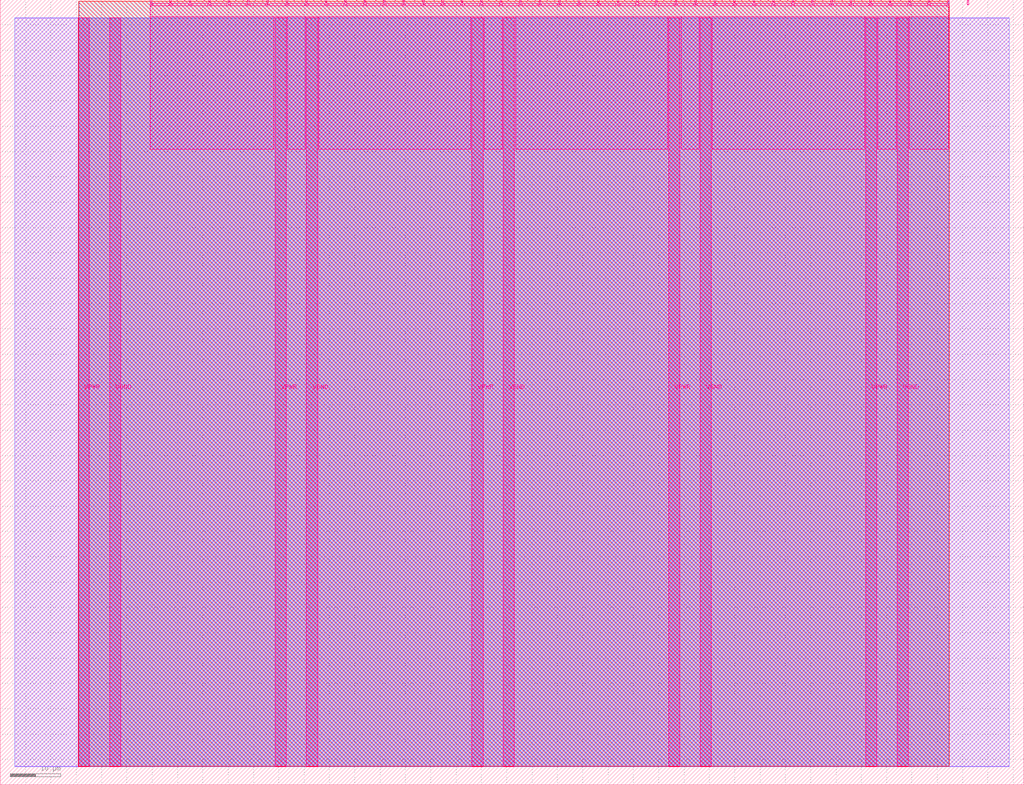
<source format=lef>
VERSION 5.7 ;
  NOWIREEXTENSIONATPIN ON ;
  DIVIDERCHAR "/" ;
  BUSBITCHARS "[]" ;
MACRO tt_um_lifn
  CLASS BLOCK ;
  FOREIGN tt_um_lifn ;
  ORIGIN 0.000 0.000 ;
  SIZE 202.080 BY 154.980 ;
  PIN VGND
    DIRECTION INOUT ;
    USE GROUND ;
    PORT
      LAYER Metal5 ;
        RECT 21.580 3.560 23.780 151.420 ;
    END
    PORT
      LAYER Metal5 ;
        RECT 60.450 3.560 62.650 151.420 ;
    END
    PORT
      LAYER Metal5 ;
        RECT 99.320 3.560 101.520 151.420 ;
    END
    PORT
      LAYER Metal5 ;
        RECT 138.190 3.560 140.390 151.420 ;
    END
    PORT
      LAYER Metal5 ;
        RECT 177.060 3.560 179.260 151.420 ;
    END
  END VGND
  PIN VPWR
    DIRECTION INOUT ;
    USE POWER ;
    PORT
      LAYER Metal5 ;
        RECT 15.380 3.560 17.580 151.420 ;
    END
    PORT
      LAYER Metal5 ;
        RECT 54.250 3.560 56.450 151.420 ;
    END
    PORT
      LAYER Metal5 ;
        RECT 93.120 3.560 95.320 151.420 ;
    END
    PORT
      LAYER Metal5 ;
        RECT 131.990 3.560 134.190 151.420 ;
    END
    PORT
      LAYER Metal5 ;
        RECT 170.860 3.560 173.060 151.420 ;
    END
  END VPWR
  PIN clk
    DIRECTION INPUT ;
    USE SIGNAL ;
    ANTENNAGATEAREA 0.213200 ;
    PORT
      LAYER Metal5 ;
        RECT 187.050 153.980 187.350 154.980 ;
    END
  END clk
  PIN ena
    DIRECTION INPUT ;
    USE SIGNAL ;
    PORT
      LAYER Metal5 ;
        RECT 190.890 153.980 191.190 154.980 ;
    END
  END ena
  PIN rst_n
    DIRECTION INPUT ;
    USE SIGNAL ;
    ANTENNAGATEAREA 0.213200 ;
    PORT
      LAYER Metal5 ;
        RECT 183.210 153.980 183.510 154.980 ;
    END
  END rst_n
  PIN ui_in[0]
    DIRECTION INPUT ;
    USE SIGNAL ;
    ANTENNAGATEAREA 0.180700 ;
    PORT
      LAYER Metal5 ;
        RECT 179.370 153.980 179.670 154.980 ;
    END
  END ui_in[0]
  PIN ui_in[1]
    DIRECTION INPUT ;
    USE SIGNAL ;
    ANTENNAGATEAREA 0.180700 ;
    PORT
      LAYER Metal5 ;
        RECT 175.530 153.980 175.830 154.980 ;
    END
  END ui_in[1]
  PIN ui_in[2]
    DIRECTION INPUT ;
    USE SIGNAL ;
    ANTENNAGATEAREA 0.180700 ;
    PORT
      LAYER Metal5 ;
        RECT 171.690 153.980 171.990 154.980 ;
    END
  END ui_in[2]
  PIN ui_in[3]
    DIRECTION INPUT ;
    USE SIGNAL ;
    ANTENNAGATEAREA 0.180700 ;
    PORT
      LAYER Metal5 ;
        RECT 167.850 153.980 168.150 154.980 ;
    END
  END ui_in[3]
  PIN ui_in[4]
    DIRECTION INPUT ;
    USE SIGNAL ;
    ANTENNAGATEAREA 0.180700 ;
    PORT
      LAYER Metal5 ;
        RECT 164.010 153.980 164.310 154.980 ;
    END
  END ui_in[4]
  PIN ui_in[5]
    DIRECTION INPUT ;
    USE SIGNAL ;
    ANTENNAGATEAREA 0.180700 ;
    PORT
      LAYER Metal5 ;
        RECT 160.170 153.980 160.470 154.980 ;
    END
  END ui_in[5]
  PIN ui_in[6]
    DIRECTION INPUT ;
    USE SIGNAL ;
    ANTENNAGATEAREA 0.180700 ;
    PORT
      LAYER Metal5 ;
        RECT 156.330 153.980 156.630 154.980 ;
    END
  END ui_in[6]
  PIN ui_in[7]
    DIRECTION INPUT ;
    USE SIGNAL ;
    ANTENNAGATEAREA 0.180700 ;
    PORT
      LAYER Metal5 ;
        RECT 152.490 153.980 152.790 154.980 ;
    END
  END ui_in[7]
  PIN uio_in[0]
    DIRECTION INPUT ;
    USE SIGNAL ;
    PORT
      LAYER Metal5 ;
        RECT 148.650 153.980 148.950 154.980 ;
    END
  END uio_in[0]
  PIN uio_in[1]
    DIRECTION INPUT ;
    USE SIGNAL ;
    PORT
      LAYER Metal5 ;
        RECT 144.810 153.980 145.110 154.980 ;
    END
  END uio_in[1]
  PIN uio_in[2]
    DIRECTION INPUT ;
    USE SIGNAL ;
    PORT
      LAYER Metal5 ;
        RECT 140.970 153.980 141.270 154.980 ;
    END
  END uio_in[2]
  PIN uio_in[3]
    DIRECTION INPUT ;
    USE SIGNAL ;
    PORT
      LAYER Metal5 ;
        RECT 137.130 153.980 137.430 154.980 ;
    END
  END uio_in[3]
  PIN uio_in[4]
    DIRECTION INPUT ;
    USE SIGNAL ;
    PORT
      LAYER Metal5 ;
        RECT 133.290 153.980 133.590 154.980 ;
    END
  END uio_in[4]
  PIN uio_in[5]
    DIRECTION INPUT ;
    USE SIGNAL ;
    PORT
      LAYER Metal5 ;
        RECT 129.450 153.980 129.750 154.980 ;
    END
  END uio_in[5]
  PIN uio_in[6]
    DIRECTION INPUT ;
    USE SIGNAL ;
    PORT
      LAYER Metal5 ;
        RECT 125.610 153.980 125.910 154.980 ;
    END
  END uio_in[6]
  PIN uio_in[7]
    DIRECTION INPUT ;
    USE SIGNAL ;
    PORT
      LAYER Metal5 ;
        RECT 121.770 153.980 122.070 154.980 ;
    END
  END uio_in[7]
  PIN uio_oe[0]
    DIRECTION OUTPUT ;
    USE SIGNAL ;
    ANTENNADIFFAREA 0.392700 ;
    PORT
      LAYER Metal5 ;
        RECT 56.490 153.980 56.790 154.980 ;
    END
  END uio_oe[0]
  PIN uio_oe[1]
    DIRECTION OUTPUT ;
    USE SIGNAL ;
    ANTENNADIFFAREA 0.299200 ;
    PORT
      LAYER Metal5 ;
        RECT 52.650 153.980 52.950 154.980 ;
    END
  END uio_oe[1]
  PIN uio_oe[2]
    DIRECTION OUTPUT ;
    USE SIGNAL ;
    ANTENNADIFFAREA 0.299200 ;
    PORT
      LAYER Metal5 ;
        RECT 48.810 153.980 49.110 154.980 ;
    END
  END uio_oe[2]
  PIN uio_oe[3]
    DIRECTION OUTPUT ;
    USE SIGNAL ;
    ANTENNADIFFAREA 0.299200 ;
    PORT
      LAYER Metal5 ;
        RECT 44.970 153.980 45.270 154.980 ;
    END
  END uio_oe[3]
  PIN uio_oe[4]
    DIRECTION OUTPUT ;
    USE SIGNAL ;
    ANTENNADIFFAREA 0.299200 ;
    PORT
      LAYER Metal5 ;
        RECT 41.130 153.980 41.430 154.980 ;
    END
  END uio_oe[4]
  PIN uio_oe[5]
    DIRECTION OUTPUT ;
    USE SIGNAL ;
    ANTENNADIFFAREA 0.299200 ;
    PORT
      LAYER Metal5 ;
        RECT 37.290 153.980 37.590 154.980 ;
    END
  END uio_oe[5]
  PIN uio_oe[6]
    DIRECTION OUTPUT ;
    USE SIGNAL ;
    ANTENNADIFFAREA 0.299200 ;
    PORT
      LAYER Metal5 ;
        RECT 33.450 153.980 33.750 154.980 ;
    END
  END uio_oe[6]
  PIN uio_oe[7]
    DIRECTION OUTPUT ;
    USE SIGNAL ;
    ANTENNADIFFAREA 0.299200 ;
    PORT
      LAYER Metal5 ;
        RECT 29.610 153.980 29.910 154.980 ;
    END
  END uio_oe[7]
  PIN uio_out[0]
    DIRECTION OUTPUT ;
    USE SIGNAL ;
    ANTENNADIFFAREA 0.299200 ;
    PORT
      LAYER Metal5 ;
        RECT 87.210 153.980 87.510 154.980 ;
    END
  END uio_out[0]
  PIN uio_out[1]
    DIRECTION OUTPUT ;
    USE SIGNAL ;
    ANTENNADIFFAREA 0.299200 ;
    PORT
      LAYER Metal5 ;
        RECT 83.370 153.980 83.670 154.980 ;
    END
  END uio_out[1]
  PIN uio_out[2]
    DIRECTION OUTPUT ;
    USE SIGNAL ;
    ANTENNADIFFAREA 0.299200 ;
    PORT
      LAYER Metal5 ;
        RECT 79.530 153.980 79.830 154.980 ;
    END
  END uio_out[2]
  PIN uio_out[3]
    DIRECTION OUTPUT ;
    USE SIGNAL ;
    ANTENNADIFFAREA 0.299200 ;
    PORT
      LAYER Metal5 ;
        RECT 75.690 153.980 75.990 154.980 ;
    END
  END uio_out[3]
  PIN uio_out[4]
    DIRECTION OUTPUT ;
    USE SIGNAL ;
    ANTENNADIFFAREA 0.299200 ;
    PORT
      LAYER Metal5 ;
        RECT 71.850 153.980 72.150 154.980 ;
    END
  END uio_out[4]
  PIN uio_out[5]
    DIRECTION OUTPUT ;
    USE SIGNAL ;
    ANTENNADIFFAREA 0.299200 ;
    PORT
      LAYER Metal5 ;
        RECT 68.010 153.980 68.310 154.980 ;
    END
  END uio_out[5]
  PIN uio_out[6]
    DIRECTION OUTPUT ;
    USE SIGNAL ;
    ANTENNADIFFAREA 0.299200 ;
    PORT
      LAYER Metal5 ;
        RECT 64.170 153.980 64.470 154.980 ;
    END
  END uio_out[6]
  PIN uio_out[7]
    DIRECTION OUTPUT ;
    USE SIGNAL ;
    ANTENNADIFFAREA 0.706800 ;
    PORT
      LAYER Metal5 ;
        RECT 60.330 153.980 60.630 154.980 ;
    END
  END uio_out[7]
  PIN uo_out[0]
    DIRECTION OUTPUT ;
    USE SIGNAL ;
    ANTENNADIFFAREA 0.632400 ;
    PORT
      LAYER Metal5 ;
        RECT 117.930 153.980 118.230 154.980 ;
    END
  END uo_out[0]
  PIN uo_out[1]
    DIRECTION OUTPUT ;
    USE SIGNAL ;
    ANTENNAGATEAREA 0.109200 ;
    ANTENNADIFFAREA 0.632400 ;
    PORT
      LAYER Metal5 ;
        RECT 114.090 153.980 114.390 154.980 ;
    END
  END uo_out[1]
  PIN uo_out[2]
    DIRECTION OUTPUT ;
    USE SIGNAL ;
    ANTENNAGATEAREA 0.373100 ;
    ANTENNADIFFAREA 0.632400 ;
    PORT
      LAYER Metal5 ;
        RECT 110.250 153.980 110.550 154.980 ;
    END
  END uo_out[2]
  PIN uo_out[3]
    DIRECTION OUTPUT ;
    USE SIGNAL ;
    ANTENNAGATEAREA 0.547300 ;
    ANTENNADIFFAREA 0.632400 ;
    PORT
      LAYER Metal5 ;
        RECT 106.410 153.980 106.710 154.980 ;
    END
  END uo_out[3]
  PIN uo_out[4]
    DIRECTION OUTPUT ;
    USE SIGNAL ;
    ANTENNAGATEAREA 1.062100 ;
    ANTENNADIFFAREA 0.632400 ;
    PORT
      LAYER Metal5 ;
        RECT 102.570 153.980 102.870 154.980 ;
    END
  END uo_out[4]
  PIN uo_out[5]
    DIRECTION OUTPUT ;
    USE SIGNAL ;
    ANTENNAGATEAREA 0.354900 ;
    ANTENNADIFFAREA 0.632400 ;
    PORT
      LAYER Metal5 ;
        RECT 98.730 153.980 99.030 154.980 ;
    END
  END uo_out[5]
  PIN uo_out[6]
    DIRECTION OUTPUT ;
    USE SIGNAL ;
    ANTENNAGATEAREA 1.159600 ;
    ANTENNADIFFAREA 0.632400 ;
    PORT
      LAYER Metal5 ;
        RECT 94.890 153.980 95.190 154.980 ;
    END
  END uo_out[6]
  PIN uo_out[7]
    DIRECTION OUTPUT ;
    USE SIGNAL ;
    ANTENNAGATEAREA 0.592800 ;
    ANTENNADIFFAREA 0.632400 ;
    PORT
      LAYER Metal5 ;
        RECT 91.050 153.980 91.350 154.980 ;
    END
  END uo_out[7]
  OBS
      LAYER GatPoly ;
        RECT 2.880 3.630 199.200 151.350 ;
      LAYER Metal1 ;
        RECT 2.880 3.560 199.200 151.420 ;
      LAYER Metal2 ;
        RECT 15.515 3.680 187.345 151.300 ;
      LAYER Metal3 ;
        RECT 15.560 3.635 187.300 154.705 ;
      LAYER Metal4 ;
        RECT 15.515 3.680 187.345 154.660 ;
      LAYER Metal5 ;
        RECT 30.120 153.770 33.240 154.285 ;
        RECT 33.960 153.770 37.080 154.285 ;
        RECT 37.800 153.770 40.920 154.285 ;
        RECT 41.640 153.770 44.760 154.285 ;
        RECT 45.480 153.770 48.600 154.285 ;
        RECT 49.320 153.770 52.440 154.285 ;
        RECT 53.160 153.770 56.280 154.285 ;
        RECT 57.000 153.770 60.120 154.285 ;
        RECT 60.840 153.770 63.960 154.285 ;
        RECT 64.680 153.770 67.800 154.285 ;
        RECT 68.520 153.770 71.640 154.285 ;
        RECT 72.360 153.770 75.480 154.285 ;
        RECT 76.200 153.770 79.320 154.285 ;
        RECT 80.040 153.770 83.160 154.285 ;
        RECT 83.880 153.770 87.000 154.285 ;
        RECT 87.720 153.770 90.840 154.285 ;
        RECT 91.560 153.770 94.680 154.285 ;
        RECT 95.400 153.770 98.520 154.285 ;
        RECT 99.240 153.770 102.360 154.285 ;
        RECT 103.080 153.770 106.200 154.285 ;
        RECT 106.920 153.770 110.040 154.285 ;
        RECT 110.760 153.770 113.880 154.285 ;
        RECT 114.600 153.770 117.720 154.285 ;
        RECT 118.440 153.770 121.560 154.285 ;
        RECT 122.280 153.770 125.400 154.285 ;
        RECT 126.120 153.770 129.240 154.285 ;
        RECT 129.960 153.770 133.080 154.285 ;
        RECT 133.800 153.770 136.920 154.285 ;
        RECT 137.640 153.770 140.760 154.285 ;
        RECT 141.480 153.770 144.600 154.285 ;
        RECT 145.320 153.770 148.440 154.285 ;
        RECT 149.160 153.770 152.280 154.285 ;
        RECT 153.000 153.770 156.120 154.285 ;
        RECT 156.840 153.770 159.960 154.285 ;
        RECT 160.680 153.770 163.800 154.285 ;
        RECT 164.520 153.770 167.640 154.285 ;
        RECT 168.360 153.770 171.480 154.285 ;
        RECT 172.200 153.770 175.320 154.285 ;
        RECT 176.040 153.770 179.160 154.285 ;
        RECT 179.880 153.770 183.000 154.285 ;
        RECT 183.720 153.770 186.840 154.285 ;
        RECT 29.660 151.630 187.300 153.770 ;
        RECT 29.660 125.435 54.040 151.630 ;
        RECT 56.660 125.435 60.240 151.630 ;
        RECT 62.860 125.435 92.910 151.630 ;
        RECT 95.530 125.435 99.110 151.630 ;
        RECT 101.730 125.435 131.780 151.630 ;
        RECT 134.400 125.435 137.980 151.630 ;
        RECT 140.600 125.435 170.650 151.630 ;
        RECT 173.270 125.435 176.850 151.630 ;
        RECT 179.470 125.435 187.300 151.630 ;
  END
END tt_um_lifn
END LIBRARY


</source>
